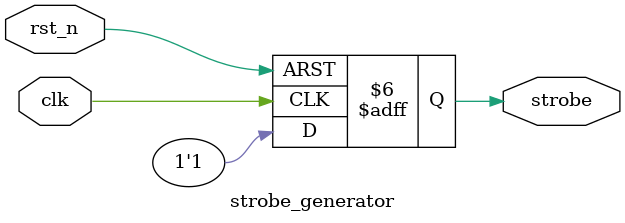
<source format=v>
module strobe_generator
# (
    parameter w = 22
)
(
    input      clk,
    input      rst_n,
    output reg strobe
);

    reg [w - 1:0] cnt;

    always @ (posedge clk or negedge rst_n)
        if (! rst_n)
            cnt <= { w { 1'b0 } };
        else
            cnt <= cnt + 1'b1;

    always @ (posedge clk or negedge rst_n)
        if (! rst_n)
            strobe <= 1'b0;
        else
            strobe <= 1'b1; // (cnt [w - 1:0] == 1'b0);

endmodule
 
</source>
